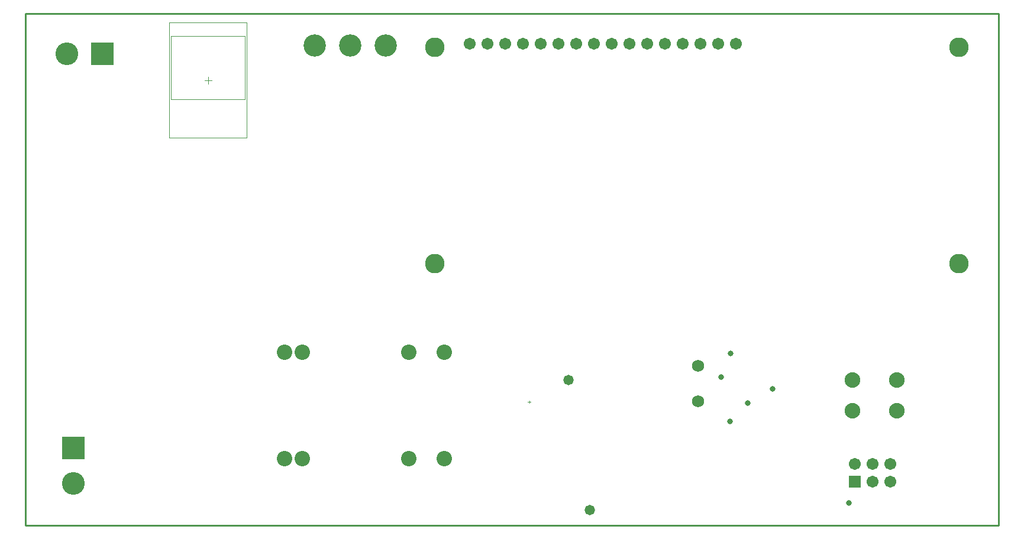
<source format=gbs>
G04 Layer_Color=16711935*
%FSLAX44Y44*%
%MOMM*%
G71*
G01*
G75*
%ADD27C,0.1000*%
%ADD28C,0.2540*%
%ADD62C,2.2032*%
%ADD63C,1.7032*%
%ADD64R,1.7032X1.7032*%
%ADD65C,1.7272*%
%ADD66C,2.2352*%
%ADD67C,3.2032*%
%ADD68R,3.2512X3.2512*%
%ADD69C,3.2512*%
%ADD70R,3.2512X3.2512*%
%ADD71C,2.8032*%
%ADD72C,0.8382*%
%ADD73C,1.4732*%
D27*
X1102900Y712750D02*
X1106900D01*
X1104900Y710750D02*
Y714750D01*
X592410Y1146480D02*
X697910D01*
X592410Y1236480D02*
X697910D01*
X592410Y1146480D02*
Y1236480D01*
X697910Y1146480D02*
Y1236480D01*
X589660Y1090980D02*
X700660D01*
X589660Y1255980D02*
X700660D01*
X589660Y1090980D02*
Y1255980D01*
X700660Y1090980D02*
Y1255980D01*
X645160Y1168480D02*
Y1178480D01*
X640160Y1173480D02*
X650160D01*
D28*
X383540Y1268730D02*
X1776730D01*
Y535940D02*
Y1268730D01*
X383540Y535940D02*
X1776730D01*
X383540D02*
Y1268730D01*
D62*
X754280Y631190D02*
D03*
X779680D02*
D03*
X932280D02*
D03*
X983080D02*
D03*
Y783590D02*
D03*
X932280D02*
D03*
X779680D02*
D03*
X754280D02*
D03*
D63*
X1621790Y623570D02*
D03*
Y598170D02*
D03*
X1596390Y623570D02*
D03*
Y598170D02*
D03*
X1570990Y623570D02*
D03*
X1019810Y1225550D02*
D03*
X1045210D02*
D03*
X1070610D02*
D03*
X1096010D02*
D03*
X1121410D02*
D03*
X1146810D02*
D03*
X1172210D02*
D03*
X1197610D02*
D03*
X1223010D02*
D03*
X1248410D02*
D03*
X1273810D02*
D03*
X1299210D02*
D03*
X1324610D02*
D03*
X1350010D02*
D03*
X1375410D02*
D03*
X1400810D02*
D03*
D64*
X1570990Y598170D02*
D03*
D65*
X1346200Y713740D02*
D03*
Y764540D02*
D03*
D66*
X1630680Y699770D02*
D03*
X1567180D02*
D03*
X1630680Y744220D02*
D03*
X1567180D02*
D03*
D67*
X848360Y1223010D02*
D03*
X899160D02*
D03*
X797560D02*
D03*
D68*
X494030Y1211580D02*
D03*
D69*
X443230D02*
D03*
X452120Y595630D02*
D03*
D70*
Y646430D02*
D03*
D71*
X969810Y1220550D02*
D03*
Y910550D02*
D03*
X1719810D02*
D03*
Y1220550D02*
D03*
D72*
X1452880Y731520D02*
D03*
X1562100Y567690D02*
D03*
X1393190Y782320D02*
D03*
X1417640Y710880D02*
D03*
X1391920Y684530D02*
D03*
X1379220Y748030D02*
D03*
D73*
X1191260Y557530D02*
D03*
X1160780Y744220D02*
D03*
M02*

</source>
